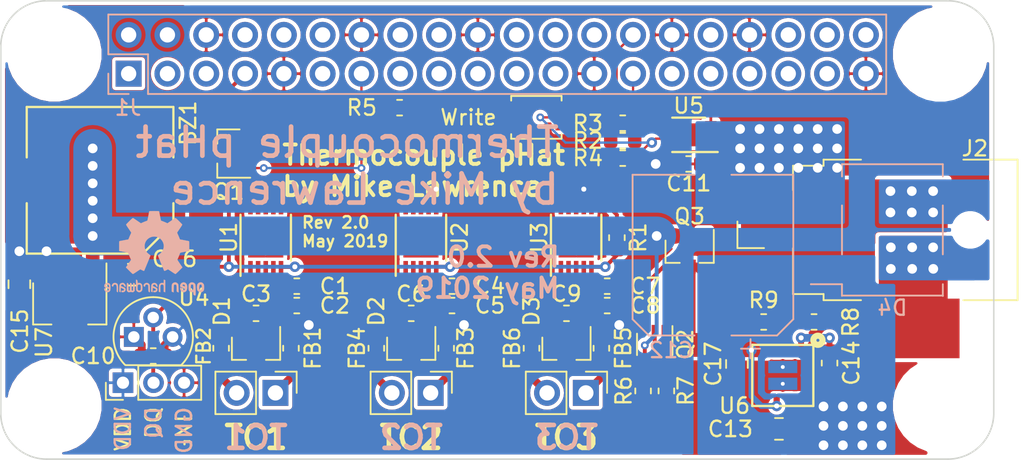
<source format=kicad_pcb>
(kicad_pcb (version 20171130) (host pcbnew "(5.1.2-1)-1")
  (layers (0 F.Cu signal) (31 B.Cu signal) (34 B.Paste user hide) (35 F.Paste user hide) (36 B.SilkS user) (37 F.SilkS user) (38 B.Mask user hide) (39 F.Mask user hide) (44 Edge.Cuts user))
  (net 0 "")
  (net 1 GND)
  (net 2 /ID_SC)
  (net 3 /ID_SD)
  (net 4 /W1)
  (net 5 "Net-(R4-Pad2)")
  (net 6 /TC1-)
  (net 7 /TC1+)
  (net 8 /TC2-)
  (net 9 /TC2+)
  (net 10 /TC3-)
  (net 11 /TC3+)
  (net 12 +5V)
  (net 13 "Net-(BZ1-Pad2)")
  (net 14 /ALERT)
  (net 15 +3.3VA)
  (net 16 "Net-(C3-Pad1)")
  (net 17 "Net-(C3-Pad2)")
  (net 18 "Net-(C6-Pad1)")
  (net 19 "Net-(C6-Pad2)")
  (net 20 "Net-(C9-Pad1)")
  (net 21 "Net-(C9-Pad2)")
  (net 22 "Net-(C14-Pad1)")
  (net 23 "Net-(Q2-Pad2)")
  (net 24 "Net-(Q2-Pad3)")
  (net 25 "Net-(R8-Pad1)")
  (net 26 /AC2)
  (net 27 /AC1)
  (net 28 /VBulk)
  (net 29 /+5VB)
  (module Connector_BarrelJack:BarrelJack_CUI_PJ-036AH-SMT_Horizontal (layer F.Cu) (at 68.961 39.497 90)
    (fp_text reference J2 (at 5.334 7.3025 180) (layer F.SilkS))
    (fp_text value Barrel_Jack_Switch)
    (pad "" np_thru_hole circle (at 0 7 90) (size 2 2) (drill 2) (layers *.Cu *.Mask))
    (pad 3 smd rect (at 6.45 3.2 90) (size 3.81 6.2) (layers F.Cu F.Paste F.Mask))
    (pad 2 smd rect (at -6.45 3.2 90) (size 3.9 6.2) (layers F.Cu F.Paste F.Mask) (net 26 /AC2))
    (pad 1 smd rect (at 0.7 -5.8 90) (size 3.3 4.4) (layers F.Cu F.Paste F.Mask) (net 27 /AC1))
  )
  (module Capacitor_SMD:CP_Elec_10x7.9 (layer B.Cu) (at 59.1185 41.148 90)
    (fp_text reference C12 (at -6.223 -2.7305 180) (layer B.SilkS) (effects (justify mirror)))
    (fp_text value 330uF)
    (pad 2 smd roundrect (at 4.35 0 90) (size 4.4 1.9) (layers B.Cu B.Paste B.Mask) (roundrect_rratio 0.131579) (net 1 GND))
    (pad 1 smd roundrect (at -4.35 0 90) (size 4.4 1.9) (layers B.Cu B.Paste B.Mask) (roundrect_rratio 0.131579) (net 28 /VBulk))
  )
  (module Capacitor_SMD:C_0805_2012Metric (layer F.Cu) (at 60.6905 48.272 270)
    (fp_text reference C17 (at 0 1.558 90) (layer F.SilkS) (effects (font (size 1.016 1.016) (thickness 0.1524))))
    (fp_text value 22uF hide)
    (pad 2 smd roundrect (at 0.9375 0 270) (size 0.975 1.4) (layers F.Cu F.Paste F.Mask) (net 1 GND))
    (pad 1 smd roundrect (at -0.9375 0 270) (size 0.975 1.4) (layers F.Cu F.Paste F.Mask) (net 29 /+5VB))
  )
  (module Capacitor_SMD:C_0603_1608Metric (layer F.Cu) (at 66.7525 48.214 270)
    (fp_text reference C14 (at 0 -1.43 90) (layer F.SilkS) (effects (font (size 1.016 1.016) (thickness 0.1524))))
    (fp_text value 3.3nF hide)
    (pad 2 smd roundrect (at 0.7875 0 270) (size 0.875 0.95) (layers F.Cu F.Paste F.Mask) (net 1 GND))
    (pad 1 smd roundrect (at -0.7875 0 270) (size 0.875 0.95) (layers F.Cu F.Paste F.Mask) (net 22 "Net-(C14-Pad1)"))
  )
  (module Capacitor_SMD:C_0805_2012Metric (layer F.Cu) (at 63.4405 52.522 180)
    (fp_text reference C13 (at 3.179 -0.01) (layer F.SilkS) (effects (font (size 1.016 1.016) (thickness 0.1524))))
    (fp_text value 22uF hide)
    (pad 1 smd roundrect (at -0.9375 0 180) (size 0.975 1.4) (layers F.Cu F.Paste F.Mask) (net 28 /VBulk))
    (pad 2 smd roundrect (at 0.9375 0 180) (size 0.975 1.4) (layers F.Cu F.Paste F.Mask) (net 1 GND))
  )
  (module Converter_DCDC-ML:Converter_DCDC_Texas-SIL0008E (layer F.Cu) (at 63.6905 49.022 270)
    (fp_text reference U6 (at 1.986 3.161) (layer F.SilkS) (effects (font (size 1.016 1.016) (thickness 0.1524))))
    (fp_text value LMZ21700 hide)
    (pad 10 thru_hole rect (at 0.55 0 270) (size 0.8 1.9) (drill 0.254) (layers *.Cu F.Paste F.Mask) (net 1 GND))
    (pad 9 thru_hole rect (at -0.55 0 270) (size 0.8 1.9) (drill 0.254) (layers *.Cu F.Paste F.Mask) (net 1 GND))
    (pad 8 smd rect (at 1.475 -1.2 270) (size 0.45 0.4) (layers F.Cu F.Paste F.Mask) (net 28 /VBulk))
    (pad 7 smd rect (at 1.475 -0.4 270) (size 0.45 0.4) (layers F.Cu F.Paste F.Mask) (net 28 /VBulk))
    (pad 6 smd rect (at 1.475 0.4 270) (size 0.45 0.4) (layers F.Cu F.Paste F.Mask) (net 29 /+5VB))
    (pad 5 smd rect (at 1.475 1.2 270) (size 0.45 0.4) (layers F.Cu F.Paste F.Mask) (net 1 GND))
    (pad 4 smd rect (at -1.475 1.2 270) (size 0.45 0.4) (layers F.Cu F.Paste F.Mask) (net 29 /+5VB))
    (pad 3 smd rect (at -1.475 0.4 270) (size 0.45 0.4) (layers F.Cu F.Paste F.Mask))
    (pad 2 smd rect (at -1.475 -0.4 270) (size 0.45 0.4) (layers F.Cu F.Paste F.Mask) (net 25 "Net-(R8-Pad1)"))
    (pad 1 smd rect (at -1.475 -1.2 270) (size 0.45 0.4) (layers F.Cu F.Paste F.Mask) (net 22 "Net-(C14-Pad1)"))
  )
  (module Resistor_SMD:R_0603_1608Metric (layer F.Cu) (at 65.7365 45.522)
    (fp_text reference R8 (at 2.399 0.0075 270) (layer F.SilkS) (effects (font (size 1.016 1.016) (thickness 0.1524))))
    (fp_text value 44.2k)
    (pad 2 smd roundrect (at 0.7875 0) (size 0.875 0.95) (layers F.Cu F.Paste F.Mask) (net 1 GND))
    (pad 1 smd roundrect (at -0.7875 0) (size 0.875 0.95) (layers F.Cu F.Paste F.Mask) (net 25 "Net-(R8-Pad1)"))
  )
  (module Resistor_SMD:R_0603_1608Metric (layer F.Cu) (at 62.4405 45.522)
    (fp_text reference R9 (at 0 -1.43 180) (layer F.SilkS) (effects (font (size 1.016 1.016) (thickness 0.1524))))
    (fp_text value 232k hide)
    (pad 1 smd roundrect (at -0.7875 0) (size 0.875 0.95) (layers F.Cu F.Paste F.Mask) (net 29 /+5VB))
    (pad 2 smd roundrect (at 0.7875 0) (size 0.875 0.95) (layers F.Cu F.Paste F.Mask) (net 25 "Net-(R8-Pad1)"))
  )
  (module Resistor_SMD:R_0603_1608Metric (layer F.Cu) (at 56.0705 50.038 270)
    (fp_text reference R7 (at 0 -1.27 90) (layer F.SilkS))
    (fp_text value 10k)
    (pad 2 smd roundrect (at 0.7875 0 270) (size 0.875 0.95) (layers F.Cu F.Paste F.Mask) (net 1 GND))
    (pad 1 smd roundrect (at -0.7875 0 270) (size 0.875 0.95) (layers F.Cu F.Paste F.Mask) (net 23 "Net-(Q2-Pad2)"))
  )
  (module Resistor_SMD:R_0603_1608Metric (layer F.Cu) (at 54.5465 50.038 270)
    (fp_text reference R6 (at 0 1.27 90) (layer F.SilkS))
    (fp_text value 47k)
    (pad 2 smd roundrect (at 0.7875 0 270) (size 0.875 0.95) (layers F.Cu F.Paste F.Mask) (net 1 GND))
    (pad 1 smd roundrect (at -0.7875 0 270) (size 0.875 0.95) (layers F.Cu F.Paste F.Mask) (net 24 "Net-(Q2-Pad3)"))
  )
  (module Package_TO_SOT_SMD:SOT-23 (layer F.Cu) (at 57.5945 40.894 270)
    (fp_text reference Q3 (at -2.286 0 180) (layer F.SilkS))
    (fp_text value DMG2305UX)
    (pad 3 smd rect (at 1 0 270) (size 0.9 0.8) (layers F.Cu F.Paste F.Mask) (net 29 /+5VB))
    (pad 2 smd rect (at -1 0.95 270) (size 0.9 0.8) (layers F.Cu F.Paste F.Mask) (net 12 +5V))
    (pad 1 smd rect (at -1 -0.95 270) (size 0.9 0.8) (layers F.Cu F.Paste F.Mask) (net 24 "Net-(Q2-Pad3)"))
  )
  (module Package_TO_SOT_SMD:SOT-363_SC-70-6 (layer F.Cu) (at 55.3085 46.99 270)
    (fp_text reference Q2 (at 0 -2 90) (layer F.SilkS))
    (fp_text value BCM857BS)
    (pad 6 smd rect (at 0.95 -0.65 270) (size 0.65 0.4) (layers F.Cu F.Paste F.Mask) (net 23 "Net-(Q2-Pad2)"))
    (pad 4 smd rect (at 0.95 0.65 270) (size 0.65 0.4) (layers F.Cu F.Paste F.Mask) (net 12 +5V))
    (pad 2 smd rect (at -0.95 0 270) (size 0.65 0.4) (layers F.Cu F.Paste F.Mask) (net 23 "Net-(Q2-Pad2)"))
    (pad 5 smd rect (at 0.95 0 270) (size 0.65 0.4) (layers F.Cu F.Paste F.Mask) (net 23 "Net-(Q2-Pad2)"))
    (pad 3 smd rect (at -0.95 0.65 270) (size 0.65 0.4) (layers F.Cu F.Paste F.Mask) (net 24 "Net-(Q2-Pad3)"))
    (pad 1 smd rect (at -0.95 -0.65 270) (size 0.65 0.4) (layers F.Cu F.Paste F.Mask) (net 29 /+5VB))
  )
  (module Diode_SMD:Diode_Bridge_Vishay_DFS (layer B.Cu) (at 70.866 39.497)
    (fp_text reference D4 (at 0 5.1) (layer B.SilkS) (effects (justify mirror)))
    (fp_text value D_Bridge_+-AA)
    (pad 4 smd rect (at 4.37 2.55) (size 2 1.5) (layers B.Cu B.Paste B.Mask) (net 26 /AC2))
    (pad 3 smd rect (at 4.37 -2.55) (size 2 1.5) (layers B.Cu B.Paste B.Mask) (net 27 /AC1))
    (pad 2 smd rect (at -4.37 -2.55) (size 2 1.5) (layers B.Cu B.Paste B.Mask) (net 1 GND))
    (pad 1 smd rect (at -4.37 2.55) (size 2 1.5) (layers B.Cu B.Paste B.Mask) (net 28 /VBulk))
  )
  (module Button_Switch_SMD:SW_SPST_B3U-1000P (layer F.Cu) (at 47.5615 32.131)
    (fp_text reference SW1 hide)
    (fp_text value Write (at -4.445 0) (layer F.SilkS))
    (pad 2 smd rect (at 1.7 0) (size 0.9 1.7) (layers F.Cu F.Paste F.Mask) (net 5 "Net-(R4-Pad2)"))
    (pad 1 smd rect (at -1.7 0) (size 0.9 1.7) (layers F.Cu F.Paste F.Mask) (net 1 GND))
  )
  (module Capacitor_SMD:C_0603_1608Metric (layer F.Cu) (at 57.531 35.179)
    (fp_text reference C11 (at 0 1.27) (layer F.SilkS) (effects (font (size 1.016 1.016) (thickness 0.1524))))
    (fp_text value 0.1uF hide)
    (pad 1 smd roundrect (at -0.7875 0) (size 0.875 0.95) (layers F.Cu F.Paste F.Mask) (net 15 +3.3VA))
    (pad 2 smd roundrect (at 0.7875 0) (size 0.875 0.95) (layers F.Cu F.Paste F.Mask) (net 1 GND))
  )
  (module Package_TO_SOT_SMD:SOT-23 (layer F.Cu) (at 29.21 47.244 270)
    (fp_text reference D1 (at -2.413 2.2352 270) (layer F.SilkS))
    (fp_text value NUP2105LT1G)
    (pad 1 smd rect (at -1 -0.95 270) (size 0.9 0.8) (layers F.Cu F.Paste F.Mask) (net 16 "Net-(C3-Pad1)"))
    (pad 2 smd rect (at -1 0.95 270) (size 0.9 0.8) (layers F.Cu F.Paste F.Mask) (net 17 "Net-(C3-Pad2)"))
    (pad 3 smd rect (at 1 0 270) (size 0.9 0.8) (layers F.Cu F.Paste F.Mask) (net 1 GND))
  )
  (module Pin_Headers:Pin_Header_Straight_1x03_Pitch2.00mm (layer F.Cu) (at 20.5 49.5 90)
    (fp_text reference P6 hide)
    (fp_text value CONN_01X03 hide)
    (pad 1 thru_hole rect (at 0 0 90) (size 1.35 1.35) (drill 0.8) (layers *.Cu *.Mask) (net 15 +3.3VA))
    (pad 2 thru_hole oval (at 0 2 90) (size 1.35 1.35) (drill 0.8) (layers *.Cu *.Mask) (net 4 /W1))
    (pad 3 thru_hole oval (at 0 4 90) (size 1.35 1.35) (drill 0.8) (layers *.Cu *.Mask) (net 1 GND))
  )
  (module Symbols:OSHW-Logo2_7.3x6mm_SilkScreen (layer B.Cu) (at 22.5425 41.021 180)
    (fp_text reference REF*** hide)
    (fp_text value OSHW-Logo2_7.3x6mm_SilkScreen hide)
  )
  (module RPi_Hat:RPi_Hat_Mounting_Hole (layer F.Cu) (at 16 51)
    (fp_text reference "" hide)
    (fp_text value "" hide)
    (pad "" np_thru_hole circle (at 0 0) (size 2.75 2.75) (drill 2.75) (layers *.Cu *.Mask) (clearance 1.725))
  )
  (module RPi_Hat:RPi_Hat_Mounting_Hole (layer F.Cu) (at 74 28)
    (fp_text reference "" hide)
    (fp_text value "" hide)
    (pad "" np_thru_hole circle (at 0 0) (size 2.75 2.75) (drill 2.75) (layers *.Cu *.Mask) (clearance 1.725))
  )
  (module RPi_Hat:RPi_Hat_Mounting_Hole (layer F.Cu) (at 74 51)
    (fp_text reference "" hide)
    (fp_text value "" hide)
    (pad "" np_thru_hole circle (at 0 0) (size 2.75 2.75) (drill 2.75) (layers *.Cu *.Mask) (clearance 1.725))
  )
  (module RPi_Hat:RPi_Hat_Mounting_Hole (layer F.Cu) (at 16 28)
    (fp_text reference "" hide)
    (fp_text value "" hide)
    (pad "" np_thru_hole circle (at 0 0) (size 2.75 2.75) (drill 2.75) (layers *.Cu *.Mask) (clearance 1.725))
  )
  (module Pin_Headers:Pin_Header_Straight_1x02_Pitch2.54mm (layer F.Cu) (at 30.48 50.165 270)
    (fp_text reference P1 hide)
    (fp_text value CONN_01X02 hide)
    (pad 1 thru_hole rect (at 0 0 270) (size 1.7 1.7) (drill 1) (layers *.Cu *.Mask) (net 7 /TC1+))
    (pad 2 thru_hole oval (at 0 2.54 270) (size 1.7 1.7) (drill 1) (layers *.Cu *.Mask) (net 6 /TC1-))
  )
  (module Pin_Headers:Pin_Header_Straight_1x02_Pitch2.54mm (layer F.Cu) (at 40.64 50.165 270)
    (fp_text reference P2 hide)
    (fp_text value CONN_01X02 hide)
    (pad 1 thru_hole rect (at 0 0 270) (size 1.7 1.7) (drill 1) (layers *.Cu *.Mask) (net 9 /TC2+))
    (pad 2 thru_hole oval (at 0 2.54 270) (size 1.7 1.7) (drill 1) (layers *.Cu *.Mask) (net 8 /TC2-))
  )
  (module Pin_Headers:Pin_Header_Straight_1x02_Pitch2.54mm (layer F.Cu) (at 50.8 50.165 270)
    (fp_text reference P3 hide)
    (fp_text value CONN_01X02 hide)
    (pad 1 thru_hole rect (at 0 0 270) (size 1.7 1.7) (drill 1) (layers *.Cu *.Mask) (net 11 /TC3+))
    (pad 2 thru_hole oval (at 0 2.54 270) (size 1.7 1.7) (drill 1) (layers *.Cu *.Mask) (net 10 /TC3-))
  )
  (module Buzzer_Beeper-ML:MagneticBuzzer_CUI-CMI-9655S (layer F.Cu) (at 19 36.25)
    (fp_text reference BZ1 (at 5.765 -3.738 90) (layer F.SilkS) (effects (font (size 1.016 1.016) (thickness 0.1524))))
    (fp_text value Buzzer hide)
    (pad 1 smd rect (at -4 0) (size 2.999999 2.5) (layers F.Cu F.Paste F.Mask) (net 12 +5V))
    (pad 2 smd rect (at 4 0) (size 3 2.5) (layers F.Cu F.Paste F.Mask) (net 13 "Net-(BZ1-Pad2)"))
  )
  (module Capacitor_SMD:C_0603_1608Metric (layer F.Cu) (at 31.877 43.18 180)
    (fp_text reference C1 (at -1.397 0) (layer F.SilkS) (effects (font (size 1.016 1.016) (thickness 0.1524)) (justify left)))
    (fp_text value 0.1uF hide)
    (pad 2 smd roundrect (at 0.7875 0 180) (size 0.875 0.95) (layers F.Cu F.Paste F.Mask) (net 15 +3.3VA))
    (pad 1 smd roundrect (at -0.7875 0 180) (size 0.875 0.95) (layers F.Cu F.Paste F.Mask) (net 1 GND))
  )
  (module Capacitor_SMD:C_0603_1608Metric (layer F.Cu) (at 29.21 44.958 180)
    (fp_text reference C3 (at 0 1.27) (layer F.SilkS) (effects (font (size 1.016 1.016) (thickness 0.1524))))
    (fp_text value 0.1uF hide)
    (pad 1 smd roundrect (at -0.7875 0 180) (size 0.875 0.95) (layers F.Cu F.Paste F.Mask) (net 16 "Net-(C3-Pad1)"))
    (pad 2 smd roundrect (at 0.7875 0 180) (size 0.875 0.95) (layers F.Cu F.Paste F.Mask) (net 17 "Net-(C3-Pad2)"))
  )
  (module Capacitor_SMD:C_0603_1608Metric (layer F.Cu) (at 22.479 47.752 180)
    (fp_text reference C10 (at 3.937 0) (layer F.SilkS) (effects (font (size 1.016 1.016) (thickness 0.1524))))
    (fp_text value 0.1uF hide)
    (pad 2 smd roundrect (at 0.7875 0 180) (size 0.875 0.95) (layers F.Cu F.Paste F.Mask) (net 1 GND))
    (pad 1 smd roundrect (at -0.7875 0 180) (size 0.875 0.95) (layers F.Cu F.Paste F.Mask) (net 15 +3.3VA))
  )
  (module Capacitor_SMD:C_0603_1608Metric (layer F.Cu) (at 42.037 43.18 180)
    (fp_text reference C4 (at -1.397 0) (layer F.SilkS) (effects (font (size 1.016 1.016) (thickness 0.1524)) (justify left)))
    (fp_text value 0.1uF hide)
    (pad 2 smd roundrect (at 0.7875 0 180) (size 0.875 0.95) (layers F.Cu F.Paste F.Mask) (net 15 +3.3VA))
    (pad 1 smd roundrect (at -0.7875 0 180) (size 0.875 0.95) (layers F.Cu F.Paste F.Mask) (net 1 GND))
  )
  (module Capacitor_SMD:C_0603_1608Metric (layer F.Cu) (at 39.37 44.958 180)
    (fp_text reference C6 (at 0 1.27) (layer F.SilkS) (effects (font (size 1.016 1.016) (thickness 0.1524))))
    (fp_text value 0.1uF hide)
    (pad 1 smd roundrect (at -0.7875 0 180) (size 0.875 0.95) (layers F.Cu F.Paste F.Mask) (net 18 "Net-(C6-Pad1)"))
    (pad 2 smd roundrect (at 0.7875 0 180) (size 0.875 0.95) (layers F.Cu F.Paste F.Mask) (net 19 "Net-(C6-Pad2)"))
  )
  (module Capacitor_SMD:C_0603_1608Metric (layer F.Cu) (at 52.197 43.18 180)
    (fp_text reference C7 (at -1.397 0) (layer F.SilkS) (effects (font (size 1.016 1.016) (thickness 0.1524)) (justify left)))
    (fp_text value 0.1uF hide)
    (pad 2 smd roundrect (at 0.7875 0 180) (size 0.875 0.95) (layers F.Cu F.Paste F.Mask) (net 15 +3.3VA))
    (pad 1 smd roundrect (at -0.7875 0 180) (size 0.875 0.95) (layers F.Cu F.Paste F.Mask) (net 1 GND))
  )
  (module Capacitor_SMD:C_0603_1608Metric (layer F.Cu) (at 49.53 44.958 180)
    (fp_text reference C9 (at 0 1.27) (layer F.SilkS) (effects (font (size 1.016 1.016) (thickness 0.1524))))
    (fp_text value 0.1uF hide)
    (pad 1 smd roundrect (at -0.7875 0 180) (size 0.875 0.95) (layers F.Cu F.Paste F.Mask) (net 20 "Net-(C9-Pad1)"))
    (pad 2 smd roundrect (at 0.7875 0 180) (size 0.875 0.95) (layers F.Cu F.Paste F.Mask) (net 21 "Net-(C9-Pad2)"))
  )
  (module Capacitor_SMD:C_0603_1608Metric (layer F.Cu) (at 31.877 44.45)
    (fp_text reference C2 (at 1.397 0) (layer F.SilkS) (effects (font (size 1.016 1.016) (thickness 0.1524)) (justify left)))
    (fp_text value 10nF hide)
    (pad 2 smd roundrect (at 0.7875 0) (size 0.875 0.95) (layers F.Cu F.Paste F.Mask) (net 1 GND))
    (pad 1 smd roundrect (at -0.7875 0) (size 0.875 0.95) (layers F.Cu F.Paste F.Mask) (net 15 +3.3VA))
  )
  (module Capacitor_SMD:C_0603_1608Metric (layer F.Cu) (at 42.037 44.45)
    (fp_text reference C5 (at 1.397 0) (layer F.SilkS) (effects (font (size 1.016 1.016) (thickness 0.1524)) (justify left)))
    (fp_text value 10nF hide)
    (pad 1 smd roundrect (at -0.7875 0) (size 0.875 0.95) (layers F.Cu F.Paste F.Mask) (net 15 +3.3VA))
    (pad 2 smd roundrect (at 0.7875 0) (size 0.875 0.95) (layers F.Cu F.Paste F.Mask) (net 1 GND))
  )
  (module Capacitor_SMD:C_0603_1608Metric (layer F.Cu) (at 52.197 44.45)
    (fp_text reference C8 (at 1.397 0) (layer F.SilkS) (effects (font (size 1.016 1.016) (thickness 0.1524)) (justify left)))
    (fp_text value 10nF hide)
    (pad 2 smd roundrect (at 0.7875 0) (size 0.875 0.95) (layers F.Cu F.Paste F.Mask) (net 1 GND))
    (pad 1 smd roundrect (at -0.7875 0) (size 0.875 0.95) (layers F.Cu F.Paste F.Mask) (net 15 +3.3VA))
  )
  (module Capacitor_SMD:C_0805_2012Metric (layer F.Cu) (at 13.716 43.053 90)
    (fp_text reference C15 (at -3.073 0.037 270) (layer F.SilkS) (effects (font (size 1.016 1.016) (thickness 0.1524))))
    (fp_text value 2.2uF hide)
    (pad 2 smd roundrect (at 0.9375 0 90) (size 0.975 1.4) (layers F.Cu F.Paste F.Mask) (net 15 +3.3VA))
    (pad 1 smd roundrect (at -0.9375 0 90) (size 0.975 1.4) (layers F.Cu F.Paste F.Mask) (net 1 GND))
  )
  (module Capacitor_SMD:C_0805_2012Metric (layer F.Cu) (at 21.082 42.429 180)
    (fp_text reference C16 (at -2.794 1.027 180) (layer F.SilkS) (effects (font (size 1.016 1.016) (thickness 0.1524))))
    (fp_text value 2.2uF hide)
    (pad 1 smd roundrect (at -0.9375 0 180) (size 0.975 1.4) (layers F.Cu F.Paste F.Mask) (net 1 GND))
    (pad 2 smd roundrect (at 0.9375 0 180) (size 0.975 1.4) (layers F.Cu F.Paste F.Mask) (net 12 +5V))
  )
  (module Connector_PinSocket_2.54mm:PinSocket_2x20_P2.54mm_Vertical (layer B.Cu) (at 20.87 29.27 270)
    (fp_text reference J1 (at 2.226 0.042) (layer B.SilkS) (effects (font (size 1.016 1.016) (thickness 0.1524)) (justify mirror)))
    (fp_text value RPi_GPIO hide)
    (pad 1 thru_hole rect (at 0 0 270) (size 1.7 1.7) (drill 1) (layers *.Cu *.Mask))
    (pad 2 thru_hole oval (at -2.54 0 270) (size 1.7 1.7) (drill 1) (layers *.Cu *.Mask) (net 12 +5V))
    (pad 3 thru_hole oval (at 0 -2.54 270) (size 1.7 1.7) (drill 1) (layers *.Cu *.Mask))
    (pad 4 thru_hole oval (at -2.54 -2.54 270) (size 1.7 1.7) (drill 1) (layers *.Cu *.Mask) (net 12 +5V))
    (pad 5 thru_hole oval (at 0 -5.08 270) (size 1.7 1.7) (drill 1) (layers *.Cu *.Mask))
    (pad 6 thru_hole oval (at -2.54 -5.08 270) (size 1.7 1.7) (drill 1) (layers *.Cu *.Mask) (net 1 GND))
    (pad 7 thru_hole oval (at 0 -7.62 270) (size 1.7 1.7) (drill 1) (layers *.Cu *.Mask) (net 4 /W1))
    (pad 8 thru_hole oval (at -2.54 -7.62 270) (size 1.7 1.7) (drill 1) (layers *.Cu *.Mask))
    (pad 9 thru_hole oval (at 0 -10.16 270) (size 1.7 1.7) (drill 1) (layers *.Cu *.Mask) (net 1 GND))
    (pad 10 thru_hole oval (at -2.54 -10.16 270) (size 1.7 1.7) (drill 1) (layers *.Cu *.Mask))
    (pad 11 thru_hole oval (at 0 -12.7 270) (size 1.7 1.7) (drill 1) (layers *.Cu *.Mask))
    (pad 12 thru_hole oval (at -2.54 -12.7 270) (size 1.7 1.7) (drill 1) (layers *.Cu *.Mask))
    (pad 13 thru_hole oval (at 0 -15.24 270) (size 1.7 1.7) (drill 1) (layers *.Cu *.Mask) (net 14 /ALERT))
    (pad 14 thru_hole oval (at -2.54 -15.24 270) (size 1.7 1.7) (drill 1) (layers *.Cu *.Mask) (net 1 GND))
    (pad 15 thru_hole oval (at 0 -17.78 270) (size 1.7 1.7) (drill 1) (layers *.Cu *.Mask))
    (pad 16 thru_hole oval (at -2.54 -17.78 270) (size 1.7 1.7) (drill 1) (layers *.Cu *.Mask))
    (pad 17 thru_hole oval (at 0 -20.32 270) (size 1.7 1.7) (drill 1) (layers *.Cu *.Mask))
    (pad 18 thru_hole oval (at -2.54 -20.32 270) (size 1.7 1.7) (drill 1) (layers *.Cu *.Mask))
    (pad 19 thru_hole oval (at 0 -22.86 270) (size 1.7 1.7) (drill 1) (layers *.Cu *.Mask))
    (pad 20 thru_hole oval (at -2.54 -22.86 270) (size 1.7 1.7) (drill 1) (layers *.Cu *.Mask) (net 1 GND))
    (pad 21 thru_hole oval (at 0 -25.4 270) (size 1.7 1.7) (drill 1) (layers *.Cu *.Mask))
    (pad 22 thru_hole oval (at -2.54 -25.4 270) (size 1.7 1.7) (drill 1) (layers *.Cu *.Mask))
    (pad 23 thru_hole oval (at 0 -27.94 270) (size 1.7 1.7) (drill 1) (layers *.Cu *.Mask))
    (pad 24 thru_hole oval (at -2.54 -27.94 270) (size 1.7 1.7) (drill 1) (layers *.Cu *.Mask))
    (pad 25 thru_hole oval (at 0 -30.48 270) (size 1.7 1.7) (drill 1) (layers *.Cu *.Mask) (net 1 GND))
    (pad 26 thru_hole oval (at -2.54 -30.48 270) (size 1.7 1.7) (drill 1) (layers *.Cu *.Mask))
    (pad 27 thru_hole oval (at 0 -33.02 270) (size 1.7 1.7) (drill 1) (layers *.Cu *.Mask) (net 3 /ID_SD))
    (pad 28 thru_hole oval (at -2.54 -33.02 270) (size 1.7 1.7) (drill 1) (layers *.Cu *.Mask) (net 2 /ID_SC))
    (pad 29 thru_hole oval (at 0 -35.56 270) (size 1.7 1.7) (drill 1) (layers *.Cu *.Mask))
    (pad 30 thru_hole oval (at -2.54 -35.56 270) (size 1.7 1.7) (drill 1) (layers *.Cu *.Mask) (net 1 GND))
    (pad 31 thru_hole oval (at 0 -38.1 270) (size 1.7 1.7) (drill 1) (layers *.Cu *.Mask))
    (pad 32 thru_hole oval (at -2.54 -38.1 270) (size 1.7 1.7) (drill 1) (layers *.Cu *.Mask))
    (pad 33 thru_hole oval (at 0 -40.64 270) (size 1.7 1.7) (drill 1) (layers *.Cu *.Mask))
    (pad 34 thru_hole oval (at -2.54 -40.64 270) (size 1.7 1.7) (drill 1) (layers *.Cu *.Mask) (net 1 GND))
    (pad 35 thru_hole oval (at 0 -43.18 270) (size 1.7 1.7) (drill 1) (layers *.Cu *.Mask))
    (pad 36 thru_hole oval (at -2.54 -43.18 270) (size 1.7 1.7) (drill 1) (layers *.Cu *.Mask))
    (pad 37 thru_hole oval (at 0 -45.72 270) (size 1.7 1.7) (drill 1) (layers *.Cu *.Mask))
    (pad 38 thru_hole oval (at -2.54 -45.72 270) (size 1.7 1.7) (drill 1) (layers *.Cu *.Mask))
    (pad 39 thru_hole oval (at 0 -48.26 270) (size 1.7 1.7) (drill 1) (layers *.Cu *.Mask) (net 1 GND))
    (pad 40 thru_hole oval (at -2.54 -48.26 270) (size 1.7 1.7) (drill 1) (layers *.Cu *.Mask))
  )
  (module Package_TO_SOT_SMD:SOT-23 (layer F.Cu) (at 27.432 34.5 180)
    (fp_text reference Q1 (at 0 -2.5) (layer F.SilkS) (effects (font (size 1.016 1.016) (thickness 0.1524))))
    (fp_text value NUD3124 hide)
    (pad 1 smd rect (at -1 -0.95 180) (size 0.9 0.8) (layers F.Cu F.Paste F.Mask) (net 14 /ALERT))
    (pad 2 smd rect (at -1 0.95 180) (size 0.9 0.8) (layers F.Cu F.Paste F.Mask) (net 1 GND))
    (pad 3 smd rect (at 1 0 180) (size 0.9 0.8) (layers F.Cu F.Paste F.Mask) (net 13 "Net-(BZ1-Pad2)"))
  )
  (module Resistor_SMD:R_0603_1608Metric (layer F.Cu) (at 52.832 40.005 90)
    (fp_text reference R1 (at 0 1.397 90) (layer F.SilkS) (effects (font (size 1.016 1.016) (thickness 0.1524))))
    (fp_text value 4.7k hide)
    (pad 1 smd roundrect (at -0.7875 0 90) (size 0.875 0.95) (layers F.Cu F.Paste F.Mask) (net 4 /W1))
    (pad 2 smd roundrect (at 0.7875 0 90) (size 0.875 0.95) (layers F.Cu F.Paste F.Mask) (net 15 +3.3VA))
  )
  (module Resistor_SMD:R_0603_1608Metric (layer F.Cu) (at 53.213 33.655)
    (fp_text reference R2 (at -2.286 0) (layer F.SilkS) (effects (font (size 1.016 1.016) (thickness 0.1524))))
    (fp_text value 3.9k hide)
    (pad 1 smd roundrect (at -0.7875 0) (size 0.875 0.95) (layers F.Cu F.Paste F.Mask) (net 15 +3.3VA))
    (pad 2 smd roundrect (at 0.7875 0) (size 0.875 0.95) (layers F.Cu F.Paste F.Mask) (net 2 /ID_SC))
  )
  (module Resistor_SMD:R_0603_1608Metric (layer F.Cu) (at 53.213 32.512)
    (fp_text reference R3 (at -2.286 0) (layer F.SilkS) (effects (font (size 1.016 1.016) (thickness 0.1524))))
    (fp_text value 3.9k hide)
    (pad 2 smd roundrect (at 0.7875 0) (size 0.875 0.95) (layers F.Cu F.Paste F.Mask) (net 3 /ID_SD))
    (pad 1 smd roundrect (at -0.7875 0) (size 0.875 0.95) (layers F.Cu F.Paste F.Mask) (net 15 +3.3VA))
  )
  (module Resistor_SMD:R_0603_1608Metric (layer F.Cu) (at 53.213 34.798)
    (fp_text reference R4 (at -2.286 0) (layer F.SilkS) (effects (font (size 1.016 1.016) (thickness 0.1524))))
    (fp_text value 1k hide)
    (pad 1 smd roundrect (at -0.7875 0) (size 0.875 0.95) (layers F.Cu F.Paste F.Mask) (net 15 +3.3VA))
    (pad 2 smd roundrect (at 0.7875 0) (size 0.875 0.95) (layers F.Cu F.Paste F.Mask) (net 5 "Net-(R4-Pad2)"))
  )
  (module Resistor_SMD:R_0603_1608Metric (layer F.Cu) (at 38.608 31.496 180)
    (fp_text reference R5 (at 2.4765 0) (layer F.SilkS) (effects (font (size 1.016 1.016) (thickness 0.1524))))
    (fp_text value 4.7k hide)
    (pad 2 smd roundrect (at 0.7875 0 180) (size 0.875 0.95) (layers F.Cu F.Paste F.Mask) (net 14 /ALERT))
    (pad 1 smd roundrect (at -0.7875 0 180) (size 0.875 0.95) (layers F.Cu F.Paste F.Mask) (net 1 GND))
  )
  (module Package_DFN_QFN-ML:TDFN-10-1EP_3x4mm_Pitch0.5mm (layer F.Cu) (at 29.845 40.005 90)
    (fp_text reference U1 (at 0 -2.413 90) (layer F.SilkS) (effects (font (size 1.016 1.016) (thickness 0.1524))))
    (fp_text value MAX31850K hide)
    (pad 1 smd rect (at -1.92 -1 90) (size 0.79 0.3) (layers F.Cu F.Paste F.Mask) (net 1 GND))
    (pad 2 smd rect (at -1.92 -0.5 90) (size 0.79 0.3) (layers F.Cu F.Paste F.Mask) (net 17 "Net-(C3-Pad2)"))
    (pad 3 smd rect (at -1.92 0 90) (size 0.79 0.3) (layers F.Cu F.Paste F.Mask) (net 16 "Net-(C3-Pad1)"))
    (pad 4 smd rect (at -1.92 0.5 90) (size 0.79 0.3) (layers F.Cu F.Paste F.Mask) (net 15 +3.3VA))
    (pad 5 smd rect (at -1.92 1 90) (size 0.79 0.3) (layers F.Cu F.Paste F.Mask) (net 4 /W1))
    (pad 6 smd rect (at 1.92 1 90) (size 0.79 0.3) (layers F.Cu F.Paste F.Mask) (net 1 GND))
    (pad 7 smd rect (at 1.92 0.5 90) (size 0.79 0.3) (layers F.Cu F.Paste F.Mask) (net 1 GND))
    (pad 8 smd rect (at 1.92 0 90) (size 0.79 0.3) (layers F.Cu F.Paste F.Mask) (net 1 GND))
    (pad 9 smd rect (at 1.92 -0.5 90) (size 0.79 0.3) (layers F.Cu F.Paste F.Mask) (net 1 GND))
    (pad 10 smd rect (at 1.92 -1 90) (size 0.79 0.3) (layers F.Cu F.Paste F.Mask))
    (pad 11 smd rect (at 0.65 0.575 90) (size 1.3 1.15) (layers F.Cu F.Paste F.Mask) (net 1 GND))
    (pad 11 smd rect (at 0.65 -0.575 90) (size 1.3 1.15) (layers F.Cu F.Paste F.Mask) (net 1 GND))
    (pad 11 smd rect (at -0.65 0.575 90) (size 1.3 1.15) (layers F.Cu F.Paste F.Mask) (net 1 GND))
    (pad 11 smd rect (at -0.65 -0.575 90) (size 1.3 1.15) (layers F.Cu F.Paste F.Mask) (net 1 GND))
  )
  (module Package_TO_SOT_THT:TO-92 (layer F.Cu) (at 21.21 46.5)
    (fp_text reference U4 (at 3.936 -2.558) (layer F.SilkS) (effects (font (size 1.016 1.016) (thickness 0.1524))))
    (fp_text value DS18S20 hide)
    (pad 2 thru_hole circle (at 1.27 -1.27 90) (size 1.3 1.3) (drill 0.75) (layers *.Cu *.Mask) (net 4 /W1))
    (pad 3 thru_hole circle (at 2.54 0 90) (size 1.3 1.3) (drill 0.75) (layers *.Cu *.Mask) (net 15 +3.3VA))
    (pad 1 thru_hole rect (at 0 0 90) (size 1.3 1.3) (drill 0.75) (layers *.Cu *.Mask) (net 1 GND))
  )
  (module Package_DFN_QFN-ML:TDFN-10-1EP_3x4mm_Pitch0.5mm (layer F.Cu) (at 40.005 40.005 90)
    (fp_text reference U2 (at 0 2.54 90) (layer F.SilkS) (effects (font (size 1.016 1.016) (thickness 0.1524))))
    (fp_text value MAX31850K hide)
    (pad 11 smd rect (at -0.65 -0.575 90) (size 1.3 1.15) (layers F.Cu F.Paste F.Mask) (net 1 GND))
    (pad 11 smd rect (at -0.65 0.575 90) (size 1.3 1.15) (layers F.Cu F.Paste F.Mask) (net 1 GND))
    (pad 11 smd rect (at 0.65 -0.575 90) (size 1.3 1.15) (layers F.Cu F.Paste F.Mask) (net 1 GND))
    (pad 11 smd rect (at 0.65 0.575 90) (size 1.3 1.15) (layers F.Cu F.Paste F.Mask) (net 1 GND))
    (pad 10 smd rect (at 1.92 -1 90) (size 0.79 0.3) (layers F.Cu F.Paste F.Mask))
    (pad 9 smd rect (at 1.92 -0.5 90) (size 0.79 0.3) (layers F.Cu F.Paste F.Mask) (net 1 GND))
    (pad 8 smd rect (at 1.92 0 90) (size 0.79 0.3) (layers F.Cu F.Paste F.Mask) (net 1 GND))
    (pad 7 smd rect (at 1.92 0.5 90) (size 0.79 0.3) (layers F.Cu F.Paste F.Mask) (net 1 GND))
    (pad 6 smd rect (at 1.92 1 90) (size 0.79 0.3) (layers F.Cu F.Paste F.Mask) (net 15 +3.3VA))
    (pad 5 smd rect (at -1.92 1 90) (size 0.79 0.3) (layers F.Cu F.Paste F.Mask) (net 4 /W1))
    (pad 4 smd rect (at -1.92 0.5 90) (size 0.79 0.3) (layers F.Cu F.Paste F.Mask) (net 15 +3.3VA))
    (pad 3 smd rect (at -1.92 0 90) (size 0.79 0.3) (layers F.Cu F.Paste F.Mask) (net 18 "Net-(C6-Pad1)"))
    (pad 2 smd rect (at -1.92 -0.5 90) (size 0.79 0.3) (layers F.Cu F.Paste F.Mask) (net 19 "Net-(C6-Pad2)"))
    (pad 1 smd rect (at -1.92 -1 90) (size 0.79 0.3) (layers F.Cu F.Paste F.Mask) (net 1 GND))
  )
  (module Package_DFN_QFN-ML:TDFN-10-1EP_3x4mm_Pitch0.5mm (layer F.Cu) (at 50.165 40 90)
    (fp_text reference U3 (at -0.005 -2.413 90) (layer F.SilkS) (effects (font (size 1.016 1.016) (thickness 0.1524))))
    (fp_text value MAX31850K hide)
    (pad 1 smd rect (at -1.92 -1 90) (size 0.79 0.3) (layers F.Cu F.Paste F.Mask) (net 1 GND))
    (pad 2 smd rect (at -1.92 -0.5 90) (size 0.79 0.3) (layers F.Cu F.Paste F.Mask) (net 21 "Net-(C9-Pad2)"))
    (pad 3 smd rect (at -1.92 0 90) (size 0.79 0.3) (layers F.Cu F.Paste F.Mask) (net 20 "Net-(C9-Pad1)"))
    (pad 4 smd rect (at -1.92 0.5 90) (size 0.79 0.3) (layers F.Cu F.Paste F.Mask) (net 15 +3.3VA))
    (pad 5 smd rect (at -1.92 1 90) (size 0.79 0.3) (layers F.Cu F.Paste F.Mask) (net 4 /W1))
    (pad 6 smd rect (at 1.92 1 90) (size 0.79 0.3) (layers F.Cu F.Paste F.Mask) (net 1 GND))
    (pad 7 smd rect (at 1.92 0.5 90) (size 0.79 0.3) (layers F.Cu F.Paste F.Mask) (net 15 +3.3VA))
    (pad 8 smd rect (at 1.92 0 90) (size 0.79 0.3) (layers F.Cu F.Paste F.Mask) (net 1 GND))
    (pad 9 smd rect (at 1.92 -0.5 90) (size 0.79 0.3) (layers F.Cu F.Paste F.Mask) (net 1 GND))
    (pad 10 smd rect (at 1.92 -1 90) (size 0.79 0.3) (layers F.Cu F.Paste F.Mask))
    (pad 11 smd rect (at 0.65 0.575 90) (size 1.3 1.15) (layers F.Cu F.Paste F.Mask) (net 1 GND))
    (pad 11 smd rect (at 0.65 -0.575 90) (size 1.3 1.15) (layers F.Cu F.Paste F.Mask) (net 1 GND))
    (pad 11 smd rect (at -0.65 0.575 90) (size 1.3 1.15) (layers F.Cu F.Paste F.Mask) (net 1 GND))
    (pad 11 smd rect (at -0.65 -0.575 90) (size 1.3 1.15) (layers F.Cu F.Paste F.Mask) (net 1 GND))
  )
  (module Package_TO_SOT_SMD:SOT-89-3 (layer F.Cu) (at 17.018 43.909 270)
    (fp_text reference U7 (at 2.954 1.689 270) (layer F.SilkS) (effects (font (size 1.016 1.016) (thickness 0.1524))))
    (fp_text value MCP1754ST hide)
    (pad 2 smd trapezoid (at 2.667 0 180) (size 1.6 0.85) (rect_delta 0 0.6) (layers F.Cu F.Paste F.Mask) (net 1 GND))
    (pad 1 smd rect (at -1.48 -1.5 180) (size 1 1.5) (layers F.Cu F.Paste F.Mask) (net 12 +5V))
    (pad 2 smd rect (at -1.3335 0 180) (size 1 1.8) (layers F.Cu F.Paste F.Mask) (net 1 GND))
    (pad 3 smd rect (at -1.48 1.5 180) (size 1 1.5) (layers F.Cu F.Paste F.Mask) (net 15 +3.3VA))
    (pad 2 smd rect (at 1.3335 0 180) (size 2.2 1.84) (layers F.Cu F.Paste F.Mask) (net 1 GND))
    (pad 2 smd trapezoid (at -0.0762 0) (size 1.5 1) (rect_delta 0 0.7) (layers F.Cu F.Paste F.Mask) (net 1 GND))
  )
  (module Inductor_SMD:L_0603_1608Metric (layer F.Cu) (at 31.496 47.244 270)
    (fp_text reference FB1 (at 0 -1.43 90) (layer F.SilkS))
    (fp_text value 1k)
    (pad 2 smd roundrect (at 0.7875 0 270) (size 0.875 0.95) (layers F.Cu F.Paste F.Mask) (net 7 /TC1+))
    (pad 1 smd roundrect (at -0.7875 0 270) (size 0.875 0.95) (layers F.Cu F.Paste F.Mask) (net 16 "Net-(C3-Pad1)"))
  )
  (module Inductor_SMD:L_0603_1608Metric (layer F.Cu) (at 26.924 47.244 270)
    (fp_text reference FB2 (at -0.127 1.143 90) (layer F.SilkS) (effects (font (size 0.889 0.889) (thickness 0.1524))))
    (fp_text value 1k)
    (pad 1 smd roundrect (at -0.7875 0 270) (size 0.875 0.95) (layers F.Cu F.Paste F.Mask) (net 17 "Net-(C3-Pad2)"))
    (pad 2 smd roundrect (at 0.7875 0 270) (size 0.875 0.95) (layers F.Cu F.Paste F.Mask) (net 6 /TC1-))
  )
  (module Inductor_SMD:L_0603_1608Metric (layer F.Cu) (at 41.656 47.244 270)
    (fp_text reference FB3 (at 0 -1.27 90) (layer F.SilkS))
    (fp_text value 1k)
    (pad 2 smd roundrect (at 0.7875 0 270) (size 0.875 0.95) (layers F.Cu F.Paste F.Mask) (net 9 /TC2+))
    (pad 1 smd roundrect (at -0.7875 0 270) (size 0.875 0.95) (layers F.Cu F.Paste F.Mask) (net 18 "Net-(C6-Pad1)"))
  )
  (module Inductor_SMD:L_0603_1608Metric (layer F.Cu) (at 37.084 47.244 270)
    (fp_text reference FB4 (at 0 1.27 90) (layer F.SilkS))
    (fp_text value 1k)
    (pad 1 smd roundrect (at -0.7875 0 270) (size 0.875 0.95) (layers F.Cu F.Paste F.Mask) (net 19 "Net-(C6-Pad2)"))
    (pad 2 smd roundrect (at 0.7875 0 270) (size 0.875 0.95) (layers F.Cu F.Paste F.Mask) (net 8 /TC2-))
  )
  (module Inductor_SMD:L_0603_1608Metric (layer F.Cu) (at 51.816 47.244 270)
    (fp_text reference FB5 (at 0 -1.43 90) (layer F.SilkS))
    (fp_text value 1k)
    (pad 2 smd roundrect (at 0.7875 0 270) (size 0.875 0.95) (layers F.Cu F.Paste F.Mask) (net 11 /TC3+))
    (pad 1 smd roundrect (at -0.7875 0 270) (size 0.875 0.95) (layers F.Cu F.Paste F.Mask) (net 20 "Net-(C9-Pad1)"))
  )
  (module Inductor_SMD:L_0603_1608Metric (layer F.Cu) (at 47.244 47.244 270)
    (fp_text reference FB6 (at 0 1.27 90) (layer F.SilkS))
    (fp_text value 1k)
    (pad 1 smd roundrect (at -0.7875 0 270) (size 0.875 0.95) (layers F.Cu F.Paste F.Mask) (net 21 "Net-(C9-Pad2)"))
    (pad 2 smd roundrect (at 0.7875 0 270) (size 0.875 0.95) (layers F.Cu F.Paste F.Mask) (net 10 /TC3-))
  )
  (module Package_TO_SOT_SMD:SOT-23 (layer F.Cu) (at 39.37 47.244 270)
    (fp_text reference D2 (at -2.413 2.286 90) (layer F.SilkS))
    (fp_text value NUP2105LT1G)
    (pad 1 smd rect (at -1 -0.95 270) (size 0.9 0.8) (layers F.Cu F.Paste F.Mask) (net 18 "Net-(C6-Pad1)"))
    (pad 2 smd rect (at -1 0.95 270) (size 0.9 0.8) (layers F.Cu F.Paste F.Mask) (net 19 "Net-(C6-Pad2)"))
    (pad 3 smd rect (at 1 0 270) (size 0.9 0.8) (layers F.Cu F.Paste F.Mask) (net 1 GND))
  )
  (module Package_TO_SOT_SMD:SOT-23 (layer F.Cu) (at 49.53 47.244 270)
    (fp_text reference D3 (at -2.413 2.286 90) (layer F.SilkS))
    (fp_text value NUP2105LT1G)
    (pad 3 smd rect (at 1 0 270) (size 0.9 0.8) (layers F.Cu F.Paste F.Mask) (net 1 GND))
    (pad 2 smd rect (at -1 0.95 270) (size 0.9 0.8) (layers F.Cu F.Paste F.Mask) (net 21 "Net-(C9-Pad2)"))
    (pad 1 smd rect (at -1 -0.95 270) (size 0.9 0.8) (layers F.Cu F.Paste F.Mask) (net 20 "Net-(C9-Pad1)"))
  )
  (module Package_DFN_QFN:DFN-8-1EP_3x2mm_P0.5mm_EP1.3x1.5mm (layer F.Cu) (at 57.531 33.274 180)
    (fp_text reference U5 (at 0 1.905) (layer F.SilkS))
    (fp_text value AT24CS32)
    (pad 1 smd rect (at -1.45 -0.75 180) (size 0.75 0.3) (layers F.Cu F.Paste F.Mask) (net 1 GND))
    (pad 2 smd rect (at -1.45 -0.25 180) (size 0.75 0.3) (layers F.Cu F.Paste F.Mask) (net 1 GND))
    (pad 3 smd rect (at -1.45 0.25 180) (size 0.75 0.3) (layers F.Cu F.Paste F.Mask) (net 1 GND))
    (pad 4 smd rect (at -1.45 0.75 180) (size 0.75 0.3) (layers F.Cu F.Paste F.Mask) (net 1 GND))
    (pad 5 smd rect (at 1.45 0.75 180) (size 0.75 0.3) (layers F.Cu F.Paste F.Mask) (net 3 /ID_SD))
    (pad 6 smd rect (at 1.45 0.25 180) (size 0.75 0.3) (layers F.Cu F.Paste F.Mask) (net 2 /ID_SC))
    (pad 7 smd rect (at 1.45 -0.25 180) (size 0.75 0.3) (layers F.Cu F.Paste F.Mask) (net 5 "Net-(R4-Pad2)"))
    (pad 8 smd rect (at 1.45 -0.75 180) (size 0.75 0.3) (layers F.Cu F.Paste F.Mask) (net 15 +3.3VA))
    (pad 9 smd rect (at 0 0 180) (size 1.3 1.5) (layers F.Cu F.Mask))
  )
  (gr_text "Thermocouple pHat\nby Mike Lawrence" (at 30.7975 35.6235) (layer F.SilkS) (effects (font (size 1.27 1.27) (thickness 0.254)) (justify left)))
  (gr_text DQ (at 22.5 51 90) (layer B.SilkS) (effects (font (size 1 1)) (justify left mirror)))
  (gr_text GND (at 24.5 51 90) (layer B.SilkS) (effects (font (size 1 1)) (justify left mirror)))
  (gr_text VDD (at 20.5 51 90) (layer B.SilkS) (effects (font (size 1 1)) (justify left mirror)))
  (gr_text TC1 (at 29.21 53.086) (layer B.SilkS) (effects (font (size 1.5 1.5) (thickness 0.3)) (justify mirror)))
  (gr_text TC3 (at 49.53 53.086) (layer B.SilkS) (effects (font (size 1.5 1.5) (thickness 0.3)) (justify mirror)))
  (gr_text TC2 (at 39.37 53.086) (layer B.SilkS) (effects (font (size 1.5 1.5) (thickness 0.3)) (justify mirror)))
  (gr_text "Rev 2.0\nMay 2019" (at 49.2125 42.291) (layer B.SilkS) (effects (font (size 1.27 1.27) (thickness 0.254)) (justify left mirror)))
  (gr_text "Thermocouple pHat\nby Mike Lawrence" (at 49.2125 35.306) (layer B.SilkS) (effects (font (size 1.905 1.905) (thickness 0.3048)) (justify left mirror)))
  (gr_text "Rev 2.0\nMay 2019" (at 32.131 39.624) (layer F.SilkS) (effects (font (size 0.762 0.762) (thickness 0.1524)) (justify left)))
  (gr_text GND (at 24.5 51 90) (layer F.SilkS) (effects (font (size 1 1)) (justify right)))
  (gr_text DQ (at 22.5 51 90) (layer F.SilkS) (effects (font (size 1 1)) (justify right)))
  (gr_text VDD (at 20.5 51 90) (layer F.SilkS) (effects (font (size 1 1)) (justify right)))
  (gr_text TC3 (at 49.53 53.086) (layer F.SilkS) (effects (font (size 1.5 1.5) (thickness 0.3))))
  (gr_text TC2 (at 39.37 53.086) (layer F.SilkS) (effects (font (size 1.5 1.5) (thickness 0.3))))
  (gr_text TC1 (at 29.21 53.086) (layer F.SilkS) (effects (font (size 1.5 1.5) (thickness 0.3))))
  (gr_arc (start 74.5 51.5) (end 77.5 51.5) (angle 90) (layer Edge.Cuts) (width 0.1))
  (gr_arc (start 15.5 51.5) (end 15.5 54.5) (angle 90) (layer Edge.Cuts) (width 0.1))
  (gr_arc (start 15.5 27.5) (end 12.5 27.5) (angle 90) (layer Edge.Cuts) (width 0.1))
  (gr_arc (start 74.5 27.5) (end 74.5 24.5) (angle 90) (layer Edge.Cuts) (width 0.1))
  (gr_line (start 12.5 27.5) (end 12.5 51.5) (layer Edge.Cuts) (width 0.1))
  (gr_line (start 15.5 54.5) (end 74.5 54.5) (angle 90) (layer Edge.Cuts) (width 0.1))
  (gr_line (start 77.5 27.5) (end 77.5 51.5) (angle 90) (layer Edge.Cuts) (width 0.1))
  (gr_line (start 15.5 24.5) (end 74.5 24.5) (angle 90) (layer Edge.Cuts) (width 0.1))
  (segment (start 21.729 47.752) (end 21.729 47.019) (width 0.508) (layer F.Cu) (net 1))
  (segment (start 21.729 47.019) (end 21.21 46.5) (width 0.508) (layer F.Cu) (net 1))
  (via (at 60.8965 35.433) (size 1.016) (drill 0.635) (layers F.Cu B.Cu) (net 1))
  (via (at 63.4365 35.433) (size 1.016) (drill 0.635) (layers F.Cu B.Cu) (net 1))
  (via (at 62.1665 35.433) (size 1.016) (drill 0.635) (layers F.Cu B.Cu) (net 1))
  (via (at 64.7065 35.433) (size 1.016) (drill 0.635) (layers F.Cu B.Cu) (net 1))
  (via (at 65.9765 35.433) (size 1.016) (drill 0.635) (layers F.Cu B.Cu) (net 1))
  (via (at 67.2465 35.433) (size 1.016) (drill 0.635) (layers F.Cu B.Cu) (net 1))
  (via (at 63.4365 34.163) (size 1.016) (drill 0.635) (layers F.Cu B.Cu) (net 1))
  (via (at 60.8965 34.163) (size 1.016) (drill 0.635) (layers F.Cu B.Cu) (net 1))
  (via (at 62.1665 34.163) (size 1.016) (drill 0.635) (layers F.Cu B.Cu) (net 1))
  (via (at 67.2465 34.163) (size 1.016) (drill 0.635) (layers F.Cu B.Cu) (net 1))
  (via (at 65.9765 34.163) (size 1.016) (drill 0.635) (layers F.Cu B.Cu) (net 1))
  (via (at 64.7065 34.163) (size 1.016) (drill 0.635) (layers F.Cu B.Cu) (net 1))
  (via (at 67.2465 32.893) (size 1.016) (drill 0.635) (layers F.Cu B.Cu) (net 1))
  (via (at 64.7065 32.893) (size 1.016) (drill 0.635) (layers F.Cu B.Cu) (net 1))
  (via (at 65.9765 32.893) (size 1.016) (drill 0.635) (layers F.Cu B.Cu) (net 1))
  (via (at 63.4365 32.893) (size 1.016) (drill 0.635) (layers F.Cu B.Cu) (net 1))
  (via (at 62.1665 32.893) (size 1.016) (drill 0.635) (layers F.Cu B.Cu) (net 1))
  (via (at 60.8965 32.893) (size 1.016) (drill 0.635) (layers F.Cu B.Cu) (net 1))
  (segment (start 54.6315 33.024) (end 56.081 33.024) (width 0.1524) (layer F.Cu) (net 2))
  (segment (start 54.0005 33.655) (end 54.6315 33.024) (width 0.1524) (layer F.Cu) (net 2))
  (segment (start 52.811399 27.808601) (end 52.811399 29.951399) (width 0.1524) (layer F.Cu) (net 2))
  (segment (start 53.89 26.73) (end 52.811399 27.808601) (width 0.1524) (layer F.Cu) (net 2))
  (segment (start 53.09161 30.23161) (end 52.811399 29.951399) (width 0.1524) (layer F.Cu) (net 2))
  (segment (start 53.09161 32.710774) (end 53.09161 30.23161) (width 0.1524) (layer F.Cu) (net 2))
  (segment (start 54.0005 33.619664) (end 53.09161 32.710774) (width 0.1524) (layer F.Cu) (net 2))
  (segment (start 54.0005 33.655) (end 54.0005 33.619664) (width 0.1524) (layer F.Cu) (net 2))
  (segment (start 53.975 32.4865) (end 54.0005 32.512) (width 0.1524) (layer F.Cu) (net 3))
  (segment (start 56.069 32.512) (end 56.081 32.524) (width 0.1524) (layer F.Cu) (net 3))
  (segment (start 54.0005 32.512) (end 56.069 32.512) (width 0.1524) (layer F.Cu) (net 3))
  (segment (start 53.89 32.4015) (end 54.0005 32.512) (width 0.1524) (layer F.Cu) (net 3))
  (segment (start 53.89 29.27) (end 53.89 32.4015) (width 0.1524) (layer F.Cu) (net 3))
  (segment (start 31.75 41.91) (end 27.432 41.91) (width 0.254) (layer B.Cu) (net 4))
  (via (at 27.432 41.91) (size 0.6858) (drill 0.3302) (layers F.Cu B.Cu) (net 4))
  (segment (start 52.07 41.91) (end 41.91 41.91) (width 0.254) (layer B.Cu) (net 4))
  (segment (start 51.165 41.92) (end 52.06 41.92) (width 0.254) (layer F.Cu) (net 4))
  (segment (start 52.06 41.92) (end 52.07 41.91) (width 0.254) (layer F.Cu) (net 4))
  (via (at 52.07 41.91) (size 0.6858) (drill 0.3302) (layers F.Cu B.Cu) (net 4))
  (segment (start 41.91 41.91) (end 41.02 41.91) (width 0.254) (layer F.Cu) (net 4))
  (segment (start 41.02 41.91) (end 41.005 41.925) (width 0.254) (layer F.Cu) (net 4))
  (segment (start 31.75 41.91) (end 41.91 41.91) (width 0.254) (layer B.Cu) (net 4))
  (via (at 41.91 41.91) (size 0.6858) (drill 0.3302) (layers F.Cu B.Cu) (net 4))
  (segment (start 30.845 41.925) (end 31.735 41.925) (width 0.254) (layer F.Cu) (net 4))
  (segment (start 31.735 41.925) (end 31.75 41.91) (width 0.254) (layer F.Cu) (net 4))
  (via (at 31.75 41.91) (size 0.6858) (drill 0.3302) (layers F.Cu B.Cu) (net 4))
  (segment (start 25.8 41.91) (end 27.432 41.91) (width 0.254) (layer F.Cu) (net 4))
  (segment (start 22.48 45.23) (end 25.8 41.91) (width 0.254) (layer F.Cu) (net 4))
  (segment (start 27.432 41.91) (end 27.432 31.496) (width 0.254) (layer F.Cu) (net 4))
  (segment (start 27.432 30.328) (end 28.49 29.27) (width 0.254) (layer F.Cu) (net 4))
  (segment (start 27.432 31.496) (end 27.432 30.328) (width 0.254) (layer F.Cu) (net 4))
  (segment (start 52.832 41.148) (end 52.07 41.91) (width 0.254) (layer F.Cu) (net 4))
  (segment (start 52.832 40.7925) (end 52.832 41.148) (width 0.254) (layer F.Cu) (net 4))
  (segment (start 22.48 49.48) (end 22.5 49.5) (width 0.254) (layer F.Cu) (net 4))
  (segment (start 22.48 45.23) (end 22.48 49.48) (width 0.254) (layer F.Cu) (net 4))
  (segment (start 55.376 33.524) (end 55.118 33.782) (width 0.1524) (layer F.Cu) (net 5))
  (via (at 55.118 33.782) (size 0.6858) (drill 0.3302) (layers F.Cu B.Cu) (net 5))
  (segment (start 56.081 33.524) (end 55.376 33.524) (width 0.1524) (layer F.Cu) (net 5))
  (segment (start 55.0165 33.782) (end 55.118 33.782) (width 0.1524) (layer F.Cu) (net 5))
  (segment (start 54.0005 34.798) (end 55.0165 33.782) (width 0.1524) (layer F.Cu) (net 5))
  (via (at 47.8155 32.131) (size 0.508) (drill 0.254) (layers F.Cu B.Cu) (net 5))
  (segment (start 49.4665 33.782) (end 47.8155 32.131) (width 0.1524) (layer B.Cu) (net 5))
  (segment (start 55.118 33.782) (end 49.4665 33.782) (width 0.1524) (layer B.Cu) (net 5))
  (segment (start 47.8155 32.131) (end 49.2615 32.131) (width 0.1524) (layer F.Cu) (net 5))
  (segment (start 26.924 49.149) (end 27.94 50.165) (width 0.508) (layer F.Cu) (net 6))
  (segment (start 26.924 48.0315) (end 26.924 49.149) (width 0.508) (layer F.Cu) (net 6))
  (segment (start 31.496 49.149) (end 30.48 50.165) (width 0.508) (layer F.Cu) (net 7))
  (segment (start 31.496 48.0315) (end 31.496 49.149) (width 0.508) (layer F.Cu) (net 7))
  (segment (start 37.084 49.149) (end 38.1 50.165) (width 0.508) (layer F.Cu) (net 8))
  (segment (start 37.084 48.0315) (end 37.084 49.149) (width 0.508) (layer F.Cu) (net 8))
  (segment (start 41.656 49.149) (end 40.64 50.165) (width 0.508) (layer F.Cu) (net 9))
  (segment (start 41.656 48.0315) (end 41.656 49.149) (width 0.508) (layer F.Cu) (net 9))
  (segment (start 47.244 49.149) (end 48.26 50.165) (width 0.508) (layer F.Cu) (net 10))
  (segment (start 47.244 48.0315) (end 47.244 49.149) (width 0.508) (layer F.Cu) (net 10))
  (segment (start 51.816 49.149) (end 50.8 50.165) (width 0.508) (layer F.Cu) (net 11))
  (segment (start 51.816 48.0315) (end 51.816 49.149) (width 0.508) (layer F.Cu) (net 11))
  (via (at 18.518 36.449) (size 1.016) (drill 0.635) (layers F.Cu B.Cu) (net 12))
  (segment (start 20.87 26.73) (end 23.41 26.73) (width 1.016) (layer F.Cu) (net 12))
  (via (at 18.518 39.894) (size 1.016) (drill 0.635) (layers F.Cu B.Cu) (net 12))
  (segment (start 20.1445 42.429) (end 18.518 42.429) (width 0.889) (layer F.Cu) (net 12))
  (via (at 54.6585 47.0535) (size 0.508) (drill 0.254) (layers F.Cu B.Cu) (net 12))
  (segment (start 54.6585 47.94) (end 54.6585 47.0535) (width 0.254) (layer F.Cu) (net 12))
  (segment (start 55.4515 39.894) (end 55.4355 39.878) (width 1.016) (layer F.Cu) (net 12))
  (via (at 55.4355 39.894) (size 1.016) (drill 0.635) (layers F.Cu B.Cu) (net 12))
  (segment (start 56.6445 39.894) (end 55.4515 39.894) (width 1.016) (layer F.Cu) (net 12))
  (segment (start 55.4355 39.894) (end 55.4355 46.2765) (width 0.254) (layer B.Cu) (net 12))
  (segment (start 55.4355 46.2765) (end 55.14225 46.56975) (width 0.254) (layer B.Cu) (net 12))
  (segment (start 55.14225 46.56975) (end 55.3085 46.4035) (width 0.254) (layer B.Cu) (net 12))
  (segment (start 54.6585 47.0535) (end 55.14225 46.56975) (width 0.254) (layer B.Cu) (net 12))
  (segment (start 18.518 39.894) (end 55.4355 39.894) (width 2.54) (layer B.Cu) (net 12))
  (segment (start 18.518 42.429) (end 18.518 39.894) (width 0.889) (layer F.Cu) (net 12))
  (via (at 18.518 38.735) (size 1.016) (drill 0.635) (layers F.Cu B.Cu) (net 12))
  (via (at 18.518 37.592) (size 1.016) (drill 0.635) (layers F.Cu B.Cu) (net 12))
  (via (at 18.518 35.306) (size 1.016) (drill 0.635) (layers F.Cu B.Cu) (net 12))
  (via (at 18.518 34.163) (size 1.016) (drill 0.635) (layers F.Cu B.Cu) (net 12))
  (segment (start 18.518 39.894) (end 18.518 34.163) (width 2.54) (layer B.Cu) (net 12))
  (segment (start 24.682 36.25) (end 26.432 34.5) (width 0.635) (layer F.Cu) (net 13))
  (segment (start 23 36.25) (end 24.682 36.25) (width 0.635) (layer F.Cu) (net 13))
  (via (at 36.11 35.45) (size 0.508) (drill 0.254) (layers F.Cu B.Cu) (net 14))
  (via (at 29.718 35.45) (size 0.508) (drill 0.254) (layers F.Cu B.Cu) (net 14))
  (segment (start 36.195 31.496) (end 36.11 31.581) (width 0.1524) (layer F.Cu) (net 14))
  (segment (start 37.8205 31.496) (end 36.195 31.496) (width 0.1524) (layer F.Cu) (net 14))
  (segment (start 36.11 31.581) (end 36.11 35.45) (width 0.1524) (layer F.Cu) (net 14))
  (segment (start 36.11 29.27) (end 36.11 31.581) (width 0.1524) (layer F.Cu) (net 14))
  (segment (start 28.432 35.45) (end 29.718 35.45) (width 0.1524) (layer F.Cu) (net 14))
  (segment (start 29.718 35.45) (end 36.11 35.45) (width 0.1524) (layer B.Cu) (net 14))
  (segment (start 56.081 34.5165) (end 56.7435 35.179) (width 0.254) (layer F.Cu) (net 15))
  (segment (start 56.081 34.024) (end 56.081 34.5165) (width 0.254) (layer F.Cu) (net 15))
  (via (at 41.005 36.83) (size 0.6858) (drill 0.3302) (layers F.Cu B.Cu) (net 15))
  (via (at 32.6645 45.72) (size 1.016) (drill 0.635) (layers F.Cu B.Cu) (net 15))
  (segment (start 23.229 47.752) (end 23.229 47.021) (width 0.508) (layer F.Cu) (net 15))
  (segment (start 23.229 47.021) (end 23.75 46.5) (width 0.508) (layer F.Cu) (net 15))
  (segment (start 50.665 36.83) (end 50.665 38.08) (width 0.254) (layer F.Cu) (net 15))
  (segment (start 50.665 38.08) (end 50.665 36.965) (width 0.254) (layer F.Cu) (net 15))
  (via (at 50.665 36.83) (size 0.6858) (drill 0.3302) (layers F.Cu B.Cu) (net 15))
  (segment (start 31.0895 44.45) (end 31.0895 43.18) (width 0.508) (layer F.Cu) (net 15))
  (segment (start 30.345 42.4355) (end 31.0895 43.18) (width 0.254) (layer F.Cu) (net 15))
  (segment (start 30.345 41.925) (end 30.345 42.4355) (width 0.254) (layer F.Cu) (net 15))
  (segment (start 40.505 42.4355) (end 40.505 41.925) (width 0.254) (layer F.Cu) (net 15))
  (segment (start 41.2495 43.18) (end 40.505 42.4355) (width 0.254) (layer F.Cu) (net 15))
  (segment (start 41.2495 44.45) (end 41.2495 43.18) (width 0.508) (layer F.Cu) (net 15))
  (segment (start 50.665 42.4355) (end 50.665 41.92) (width 0.254) (layer F.Cu) (net 15))
  (segment (start 51.4095 43.18) (end 50.665 42.4355) (width 0.254) (layer F.Cu) (net 15))
  (segment (start 51.4095 43.18) (end 51.4095 44.45) (width 0.508) (layer F.Cu) (net 15))
  (segment (start 32.3595 45.72) (end 31.0895 44.45) (width 0.508) (layer F.Cu) (net 15))
  (segment (start 32.6645 45.72) (end 32.3595 45.72) (width 0.508) (layer F.Cu) (net 15))
  (via (at 52.9845 45.72) (size 1.016) (drill 0.635) (layers F.Cu B.Cu) (net 15))
  (via (at 42.8245 45.72) (size 1.016) (drill 0.635) (layers F.Cu B.Cu) (net 15))
  (segment (start 42.5195 45.72) (end 42.8245 45.72) (width 0.508) (layer F.Cu) (net 15))
  (segment (start 41.2495 44.45) (end 42.5195 45.72) (width 0.508) (layer F.Cu) (net 15))
  (segment (start 52.6795 45.72) (end 52.9845 45.72) (width 0.508) (layer F.Cu) (net 15))
  (segment (start 51.4095 44.45) (end 52.6795 45.72) (width 0.508) (layer F.Cu) (net 15))
  (segment (start 15.2045 42.1155) (end 15.518 42.429) (width 0.889) (layer F.Cu) (net 15))
  (segment (start 13.716 42.1155) (end 15.2045 42.1155) (width 0.889) (layer F.Cu) (net 15))
  (via (at 13.716 40.894) (size 1.016) (drill 0.635) (layers F.Cu B.Cu) (net 15))
  (segment (start 13.716 42.1155) (end 13.716 40.894) (width 0.889) (layer F.Cu) (net 15))
  (via (at 15.494 40.894) (size 1.016) (drill 0.635) (layers F.Cu B.Cu) (net 15))
  (segment (start 15.518 40.918) (end 15.494 40.894) (width 0.889) (layer F.Cu) (net 15))
  (segment (start 15.518 42.429) (end 15.518 40.918) (width 0.889) (layer F.Cu) (net 15))
  (via (at 55.372 35.179) (size 1.016) (drill 0.635) (layers F.Cu B.Cu) (net 15))
  (segment (start 55.372 35.179) (end 56.7435 35.179) (width 0.635) (layer F.Cu) (net 15))
  (segment (start 52.887112 35.259612) (end 52.4255 34.798) (width 0.254) (layer F.Cu) (net 15))
  (segment (start 53.17991 35.55241) (end 52.887112 35.259612) (width 0.254) (layer F.Cu) (net 15))
  (segment (start 54.425596 35.55241) (end 53.17991 35.55241) (width 0.254) (layer F.Cu) (net 15))
  (segment (start 54.799006 35.179) (end 54.425596 35.55241) (width 0.254) (layer F.Cu) (net 15))
  (segment (start 55.372 35.179) (end 54.799006 35.179) (width 0.254) (layer F.Cu) (net 15))
  (segment (start 52.4255 34.798) (end 52.4255 33.655) (width 0.254) (layer F.Cu) (net 15))
  (segment (start 52.4255 33.655) (end 52.4255 32.512) (width 0.254) (layer F.Cu) (net 15))
  (segment (start 52.832 38.68) (end 52.832 39.2175) (width 0.254) (layer F.Cu) (net 15))
  (segment (start 52.832 38.512067) (end 52.832 38.68) (width 0.254) (layer F.Cu) (net 15))
  (segment (start 51.149933 36.83) (end 52.832 38.512067) (width 0.254) (layer F.Cu) (net 15))
  (segment (start 50.665 36.83) (end 51.149933 36.83) (width 0.254) (layer F.Cu) (net 15))
  (segment (start 41.005 38.085) (end 41.005 36.83) (width 0.254) (layer F.Cu) (net 15))
  (segment (start 30.1092 45.0697) (end 29.9975 44.958) (width 0.508) (layer F.Cu) (net 16))
  (segment (start 30.3725 46.4565) (end 30.16 46.244) (width 0.508) (layer F.Cu) (net 16))
  (segment (start 31.496 46.4565) (end 30.3725 46.4565) (width 0.508) (layer F.Cu) (net 16))
  (segment (start 30.16 45.1205) (end 29.9975 44.958) (width 0.508) (layer F.Cu) (net 16))
  (segment (start 30.16 46.244) (end 30.16 45.1205) (width 0.508) (layer F.Cu) (net 16))
  (segment (start 29.845 44.8055) (end 29.9975 44.958) (width 0.254) (layer F.Cu) (net 16))
  (segment (start 29.845 41.925) (end 29.845 44.8055) (width 0.254) (layer F.Cu) (net 16))
  (segment (start 28.46 45.085) (end 28.435 45.085) (width 0.508) (layer F.Cu) (net 17))
  (segment (start 28.485 45.085) (end 28.46 45.085) (width 0.254) (layer F.Cu) (net 17))
  (segment (start 28.2092 45.1713) (end 28.4225 44.958) (width 0.508) (layer F.Cu) (net 17))
  (segment (start 29.345 44.0355) (end 28.4225 44.958) (width 0.254) (layer F.Cu) (net 17))
  (segment (start 29.345 41.925) (end 29.345 44.0355) (width 0.254) (layer F.Cu) (net 17))
  (segment (start 28.0475 46.4565) (end 28.26 46.244) (width 0.508) (layer F.Cu) (net 17))
  (segment (start 26.924 46.4565) (end 28.0475 46.4565) (width 0.508) (layer F.Cu) (net 17))
  (segment (start 28.26 45.1205) (end 28.4225 44.958) (width 0.508) (layer F.Cu) (net 17))
  (segment (start 28.26 46.244) (end 28.26 45.1205) (width 0.508) (layer F.Cu) (net 17))
  (segment (start 40.5325 46.4565) (end 40.32 46.244) (width 0.508) (layer F.Cu) (net 18))
  (segment (start 41.656 46.4565) (end 40.5325 46.4565) (width 0.508) (layer F.Cu) (net 18))
  (segment (start 40.1575 46.0815) (end 40.32 46.244) (width 0.508) (layer F.Cu) (net 18))
  (segment (start 40.1575 44.958) (end 40.1575 46.0815) (width 0.508) (layer F.Cu) (net 18))
  (segment (start 40.005 44.8055) (end 40.1575 44.958) (width 0.254) (layer F.Cu) (net 18))
  (segment (start 40.005 41.925) (end 40.005 44.8055) (width 0.254) (layer F.Cu) (net 18))
  (segment (start 38.645 45.085) (end 38.62 45.085) (width 0.254) (layer F.Cu) (net 19))
  (segment (start 38.2075 46.4565) (end 38.42 46.244) (width 0.508) (layer F.Cu) (net 19))
  (segment (start 37.084 46.4565) (end 38.2075 46.4565) (width 0.508) (layer F.Cu) (net 19))
  (segment (start 38.5825 46.0815) (end 38.42 46.244) (width 0.508) (layer F.Cu) (net 19))
  (segment (start 38.5825 44.958) (end 38.5825 46.0815) (width 0.508) (layer F.Cu) (net 19))
  (segment (start 39.505 44.0355) (end 38.5825 44.958) (width 0.254) (layer F.Cu) (net 19))
  (segment (start 39.505 41.925) (end 39.505 44.0355) (width 0.254) (layer F.Cu) (net 19))
  (segment (start 50.6925 46.4565) (end 50.48 46.244) (width 0.508) (layer F.Cu) (net 20))
  (segment (start 51.816 46.4565) (end 50.6925 46.4565) (width 0.508) (layer F.Cu) (net 20))
  (segment (start 50.3175 46.0815) (end 50.48 46.244) (width 0.508) (layer F.Cu) (net 20))
  (segment (start 50.3175 44.958) (end 50.3175 46.0815) (width 0.508) (layer F.Cu) (net 20))
  (segment (start 50.165 44.8055) (end 50.3175 44.958) (width 0.254) (layer F.Cu) (net 20))
  (segment (start 50.165 41.92) (end 50.165 44.8055) (width 0.254) (layer F.Cu) (net 20))
  (segment (start 48.805 45.085) (end 48.78 45.085) (width 0.254) (layer F.Cu) (net 21))
  (segment (start 48.3675 46.4565) (end 48.58 46.244) (width 0.508) (layer F.Cu) (net 21))
  (segment (start 47.244 46.4565) (end 48.3675 46.4565) (width 0.508) (layer F.Cu) (net 21))
  (segment (start 48.7425 46.0815) (end 48.58 46.244) (width 0.508) (layer F.Cu) (net 21))
  (segment (start 48.7425 44.958) (end 48.7425 46.0815) (width 0.508) (layer F.Cu) (net 21))
  (segment (start 49.665 44.0355) (end 48.7425 44.958) (width 0.254) (layer F.Cu) (net 21))
  (segment (start 49.665 41.92) (end 49.665 44.0355) (width 0.254) (layer F.Cu) (net 21))
  (via (at 66.7525 46.563) (size 0.6858) (drill 0.3302) (layers F.Cu B.Cu) (net 22))
  (via (at 64.8905 46.563) (size 0.6858) (drill 0.3302) (layers F.Cu B.Cu) (net 22))
  (segment (start 64.8905 47.547) (end 64.8905 46.563) (width 0.381) (layer F.Cu) (net 22))
  (segment (start 66.7525 47.325) (end 66.7525 46.5535) (width 0.381) (layer F.Cu) (net 22))
  (segment (start 66.7525 46.563) (end 64.8905 46.563) (width 0.508) (layer B.Cu) (net 22))
  (segment (start 56.0705 48.052) (end 55.9585 47.94) (width 0.254) (layer F.Cu) (net 23))
  (segment (start 56.0705 49.2505) (end 56.0705 48.052) (width 0.254) (layer F.Cu) (net 23))
  (segment (start 55.9585 47.94) (end 55.3085 47.94) (width 0.254) (layer F.Cu) (net 23))
  (segment (start 55.3085 47.94) (end 55.3085 46.04) (width 0.254) (layer F.Cu) (net 23))
  (segment (start 54.6585 46.165) (end 54.6585 46.04) (width 0.254) (layer F.Cu) (net 24))
  (segment (start 54.084888 46.738612) (end 54.6585 46.165) (width 0.254) (layer F.Cu) (net 24))
  (segment (start 54.084888 48.788888) (end 54.084888 46.738612) (width 0.254) (layer F.Cu) (net 24))
  (segment (start 54.5465 49.2505) (end 54.084888 48.788888) (width 0.254) (layer F.Cu) (net 24))
  (segment (start 54.6585 45.461) (end 54.6585 46.04) (width 0.254) (layer F.Cu) (net 24))
  (segment (start 54.6585 43.126) (end 54.6585 45.461) (width 0.254) (layer F.Cu) (net 24))
  (segment (start 57.8905 39.894) (end 54.6585 43.126) (width 0.254) (layer F.Cu) (net 24))
  (segment (start 58.5445 39.894) (end 57.8905 39.894) (width 0.254) (layer F.Cu) (net 24))
  (segment (start 64.0905 47.547) (end 64.0905 45.522) (width 0.381) (layer F.Cu) (net 25))
  (segment (start 64.0905 45.522) (end 63.1905 45.522) (width 0.381) (layer F.Cu) (net 25))
  (segment (start 64.949 45.522) (end 64.0905 45.522) (width 0.381) (layer F.Cu) (net 25))
  (via (at 70.764 42.047) (size 1.016) (drill 0.635) (layers F.Cu B.Cu) (net 26))
  (via (at 70.764 40.64) (size 1.016) (drill 0.635) (layers F.Cu B.Cu) (net 26))
  (via (at 72.161 42.047) (size 1.016) (drill 0.635) (layers F.Cu B.Cu) (net 26))
  (segment (start 75.226 42.037) (end 75.236 42.047) (width 1.016) (layer B.Cu) (net 26))
  (via (at 72.161 40.64) (size 1.016) (drill 0.635) (layers F.Cu B.Cu) (net 26))
  (via (at 73.543 42.047) (size 1.016) (drill 0.635) (layers F.Cu B.Cu) (net 26))
  (via (at 73.533 40.64) (size 1.016) (drill 0.635) (layers F.Cu B.Cu) (net 26))
  (segment (start 73.533 42.057) (end 73.543 42.047) (width 1.016) (layer B.Cu) (net 26))
  (via (at 70.739 36.957) (size 1.016) (drill 0.635) (layers F.Cu B.Cu) (net 27))
  (via (at 70.739 38.354) (size 1.016) (drill 0.635) (layers F.Cu B.Cu) (net 27))
  (segment (start 62.23 38.5825) (end 62.865 39.2175) (width 0.254) (layer F.Cu) (net 27))
  (segment (start 62.23 38.085) (end 62.23 38.5825) (width 0.254) (layer F.Cu) (net 27))
  (via (at 72.136 36.957) (size 1.016) (drill 0.635) (layers F.Cu B.Cu) (net 27))
  (segment (start 75.226 36.957) (end 75.236 36.947) (width 1.016) (layer B.Cu) (net 27))
  (via (at 73.533 36.957) (size 1.016) (drill 0.635) (layers F.Cu B.Cu) (net 27))
  (via (at 72.136 38.354) (size 1.016) (drill 0.635) (layers F.Cu B.Cu) (net 27))
  (via (at 73.533 38.354) (size 1.016) (drill 0.635) (layers F.Cu B.Cu) (net 27))
  (segment (start 66.49482 42.04818) (end 66.496 42.047) (width 1.016) (layer B.Cu) (net 28))
  (via (at 70.1675 51.054) (size 1.016) (drill 0.635) (layers F.Cu B.Cu) (net 28))
  (via (at 70.1675 52.324) (size 1.016) (drill 0.635) (layers F.Cu B.Cu) (net 28))
  (via (at 70.1675 53.594) (size 1.016) (drill 0.635) (layers F.Cu B.Cu) (net 28))
  (via (at 68.8975 51.054) (size 1.016) (drill 0.635) (layers F.Cu B.Cu) (net 28))
  (via (at 68.8975 52.324) (size 1.016) (drill 0.635) (layers F.Cu B.Cu) (net 28))
  (via (at 68.8975 53.594) (size 1.016) (drill 0.635) (layers F.Cu B.Cu) (net 28))
  (via (at 67.6275 52.324) (size 1.016) (drill 0.635) (layers F.Cu B.Cu) (net 28))
  (via (at 67.6275 53.594) (size 1.016) (drill 0.635) (layers F.Cu B.Cu) (net 28))
  (via (at 67.6275 51.054) (size 1.016) (drill 0.635) (layers F.Cu B.Cu) (net 28))
  (via (at 66.3575 52.324) (size 1.016) (drill 0.635) (layers F.Cu B.Cu) (net 28))
  (via (at 66.3575 51.054) (size 1.016) (drill 0.635) (layers F.Cu B.Cu) (net 28))
  (via (at 66.3575 53.594) (size 1.016) (drill 0.635) (layers F.Cu B.Cu) (net 28))
  (segment (start 61.6405 50.372) (end 61.6405 47.372) (width 0.381) (layer B.Cu) (net 29))
  (segment (start 62.2905 51.022) (end 61.6405 50.372) (width 0.381) (layer B.Cu) (net 29))
  (via (at 63.2905 51.022) (size 0.6858) (drill 0.3302) (layers F.Cu B.Cu) (net 29))
  (via (at 61.6405 47.372) (size 0.6858) (drill 0.3302) (layers F.Cu B.Cu) (net 29))
  (segment (start 63.2905 51.022) (end 62.2905 51.022) (width 0.381) (layer B.Cu) (net 29))
  (segment (start 63.2905 50.497) (end 63.2905 51.022) (width 0.381) (layer F.Cu) (net 29))
  (segment (start 57.786 47.372) (end 61.6405 47.372) (width 0.762) (layer F.Cu) (net 29))
  (segment (start 57.5945 47.1805) (end 57.786 47.372) (width 0.762) (layer F.Cu) (net 29))
  (segment (start 58.025 41.894) (end 57.5945 41.894) (width 0.508) (layer F.Cu) (net 29))
  (segment (start 61.653 45.522) (end 58.025 41.894) (width 0.508) (layer F.Cu) (net 29))
  (segment (start 55.9585 46.04) (end 56.4125 46.04) (width 0.254) (layer F.Cu) (net 29))
  (segment (start 56.415 46.0375) (end 57.5945 46.0375) (width 0.254) (layer F.Cu) (net 29))
  (segment (start 57.5945 46.0375) (end 57.5945 47.1805) (width 0.762) (layer F.Cu) (net 29))
  (segment (start 56.4125 46.04) (end 56.415 46.0375) (width 0.254) (layer F.Cu) (net 29))
  (segment (start 57.5945 41.894) (end 57.5945 46.0375) (width 0.762) (layer F.Cu) (net 29))
  (zone (net 1) (net_name GND) (layer F.Cu) (connect_pads (clearance 0.254)) (min_thickness 0.1524) (fill yes (arc_segments 32) (thermal_gap 0.254) (thermal_bridge_width 0.1778))
    (polygon (pts (xy 12.5 24.5) (xy 77.5 24.5) (xy 77.5 54.5) (xy 12.5 54.5)))
  )
  (zone (net 15) (net_name +3.3VA) (layer B.Cu) (connect_pads (clearance 0.254)) (min_thickness 0.1524) (fill yes (arc_segments 32) (thermal_gap 0.254) (thermal_bridge_width 0.1778))
    (polygon (pts (xy 12.5 24.5) (xy 77.5 24.5) (xy 77.5 54.5) (xy 12.5 54.5)))
  )
  (zone (net 29) (net_name /+5VB) (layer F.Cu) (priority 2) (connect_pads yes (clearance 0.2286)) (min_thickness 0.254) (fill yes (arc_segments 16) (thermal_gap 0.254) (thermal_bridge_width 0.508))
    (polygon (pts (xy 62.6905 46.272) (xy 62.72225 47.8305) (xy 57.15 47.8005) (xy 57.15 46.242)))
  )
  (zone (net 27) (net_name /AC1) (layer B.Cu) (priority 2) (connect_pads yes (clearance 0.2286)) (min_thickness 0.254) (fill yes (arc_segments 16) (thermal_gap 0.254) (thermal_bridge_width 0.508))
    (polygon (pts (xy 69.977 39.116) (xy 77.47 39.116) (xy 77.47 36.195) (xy 69.977 36.195)))
  )
  (zone (net 26) (net_name /AC2) (layer B.Cu) (priority 2) (connect_pads yes (clearance 0.2286)) (min_thickness 0.254) (fill yes (arc_segments 16) (thermal_gap 0.254) (thermal_bridge_width 0.508))
    (polygon (pts (xy 69.977 42.799) (xy 77.451842 42.799) (xy 77.451842 39.878) (xy 69.977 39.878)))
  )
  (zone (net 26) (net_name /AC2) (layer F.Cu) (priority 3) (connect_pads yes (clearance 0.2286)) (min_thickness 0.254) (fill yes (arc_segments 16) (thermal_gap 0.254) (thermal_bridge_width 0.508))
    (polygon (pts (xy 69.977 39.878) (xy 74.4855 39.878) (xy 74.4855 47.244) (xy 69.977 47.244)))
  )
  (zone (net 27) (net_name /AC1) (layer F.Cu) (priority 2) (connect_pads yes (clearance 0.2286)) (min_thickness 0.254) (fill yes (arc_segments 16) (thermal_gap 0.254) (thermal_bridge_width 0.508))
    (polygon (pts (xy 60.969079 36.195) (xy 74.4855 36.195) (xy 74.4855 40.482823) (xy 60.96 40.452645)))
  )
  (zone (net 28) (net_name /VBulk) (layer F.Cu) (priority 3) (connect_pads yes (clearance 0.2286)) (min_thickness 0.254) (fill yes (arc_segments 16) (thermal_gap 0.254) (thermal_bridge_width 0.508))
    (polygon (pts (xy 63.881 54.483) (xy 74.550326 54.443313) (xy 74.547675 50.204688) (xy 63.881 50.292)))
  )
  (zone (net 1) (net_name GND) (layer F.Cu) (connect_pads yes (clearance 0.2286)) (min_thickness 0.254) (fill yes (arc_segments 16) (thermal_gap 0.254) (thermal_bridge_width 0.508))
    (polygon (pts (xy 57.023 44.196) (xy 67.691 44.196) (xy 67.691 54.356) (xy 57.023 54.356)))
  )
  (zone (net 28) (net_name /VBulk) (layer B.Cu) (priority 1) (connect_pads yes (clearance 0.2286)) (min_thickness 0.254) (fill yes (arc_segments 16) (thermal_gap 0.254) (thermal_bridge_width 0.508))
    (polygon (pts (xy 58.1025 41.148) (xy 71.0565 41.148) (xy 71.0565 54.356) (xy 58.1025 54.356)))
  )
  (zone (net 1) (net_name GND) (layer B.Cu) (priority 2) (connect_pads yes (clearance 0.2286)) (min_thickness 0.254) (fill yes (arc_segments 32) (thermal_gap 0.508) (thermal_bridge_width 0.508))
    (polygon (pts (xy 57.9755 39.116) (xy 57.9755 32.385) (xy 67.7545 32.385) (xy 67.7545 39.116)))
  )
  (zone (net 12) (net_name +5V) (layer F.Cu) (priority 2) (connect_pads yes (clearance 0.2286)) (min_thickness 0.254) (fill yes (arc_segments 32) (thermal_gap 0.508) (thermal_bridge_width 0.508))
    (polygon (pts (xy 12.5095 24.511) (xy 24.5745 24.4475) (xy 24.5745 40.35425) (xy 12.5095 40.41775)))
  )
)
</source>
